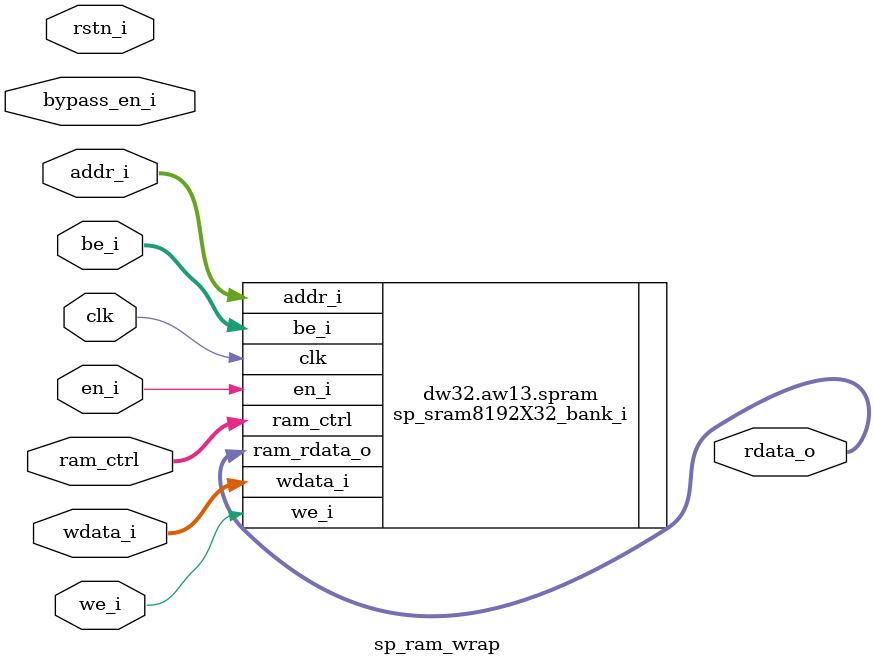
<source format=sv>


`define MEM_INST spram (                               \
                        .clk            (clk),         \
                        .en_i           (en_i),        \
                        .addr_i         (addr_i),      \
                        .wdata_i        (wdata_i),     \
                        .ram_rdata_o    (rdata_o),     \
                        .we_i           (we_i),        \
                        .be_i           (be_i),        \
                        .ram_ctrl       (ram_ctrl))

module sp_ram_wrap
  #(
    parameter RAM_SIZE   = 32768,    // In bytes. We have 4 memories with 2048 lines of 32 bits each. 
    parameter DATA_WIDTH = 32,
    parameter NUM_WORDS_REG = 256,
    parameter ADDR_WIDTH = DATA_WIDTH == 128 && NUM_WORDS_REG == 128 ? $clog2(RAM_SIZE/4) : $clog2(RAM_SIZE/(DATA_WIDTH/8)), //For data mem, we still want 32 word access to be possible
    parameter ADDR_WIDTH_REG = $clog2(NUM_WORDS_REG),
    parameter init_file = "",
    parameter MEM_CTRL_DW = 5,
    parameter MEM_MUX = 4
    )(
      // Clock and Reset
      input logic                    clk,
      input logic                    rstn_i,
      input logic                    en_i,
      input logic [ADDR_WIDTH-1:0]   addr_i, // Byte address
      input logic [DATA_WIDTH-1:0]   wdata_i,
      output logic [DATA_WIDTH-1:0]  rdata_o,
      input logic                    we_i,
      input logic [DATA_WIDTH/8-1:0] be_i,
      input logic                    bypass_en_i,

      input wire [MEM_CTRL_DW-1:0]   ram_ctrl
      );
   localparam IN_ROW_ADDR_BITS = $clog2(DATA_WIDTH/8);

   reg [ADDR_WIDTH-1:0]             addr_i_d1 ;
   always @( posedge clk or negedge rstn_i)
     if (!rstn_i) addr_i_d1 <= #1 {ADDR_WIDTH{1'b0}} ;
     else addr_i_d1         <= #1 addr_i ;

`ifdef ALTERA


    generate
    if (RAM_SIZE==32*1024 && DATA_WIDTH==32) begin : alt8192x32
       altera_sram_8192x32 #(.init_file(init_file))
       altera_sram_i (
                      .address ( addr_i[ADDR_WIDTH-1:0] ),
                      .byteena ( be_i & {(DATA_WIDTH/8){we_i}}       ),
                      .clken   ( en_i                   ),
                      .clock   ( clk                    ),
                      .data    ( wdata_i                ),
                      .wren    ( we_i                   ),
                      .q       ( rdata_o                )
         );
    end else if (RAM_SIZE==64*1024 && DATA_WIDTH==32) begin : alt16384x32
       altera_sram_16384x32 #(.init_file(init_file))
       altera_sram_i (
                      .address ( addr_i[ADDR_WIDTH-1:0] ),
                      .byteena ( be_i & {(DATA_WIDTH/8){we_i}}       ),
                      .clken   ( en_i                   ),
                      .clock   ( clk                    ),
                      .data    ( wdata_i                ),
                      .wren    ( we_i                   ),
                      .q       ( rdata_o                )
         );
         
    end else if (RAM_SIZE==192*1024 && DATA_WIDTH==32) begin : alt49152x32 // 192KB
       altera_sram_49152x32 #(.init_file(init_file))
       altera_sram_i (
                      .address ( addr_i[ADDR_WIDTH-1:0] ),
                      .byteena ( be_i & {(DATA_WIDTH/8){we_i}}       ),
                      .clken   ( en_i                   ),
                      .clock   ( clk                    ),
                      .data    ( wdata_i                ),
                      .wren    ( we_i                   ),
                      .q       ( rdata_o                )
         );
         
         
    end else if (RAM_SIZE==64*1024 && DATA_WIDTH==128) begin : alt4096x128
       altera_sram_4096x128 #(.init_file(init_file))
       altera_sram_i (
                      .address ( addr_i[ADDR_WIDTH-1:0] ),
                      .byteena ( be_i & {(DATA_WIDTH/8){we_i}}       ),
                      .clken   ( en_i                   ),
                      .clock   ( clk                    ),
                      .data    ( wdata_i                ),
                      .wren    ( we_i                   ),
                      .q       ( rdata_o                )
                      );
                      
     end else if (RAM_SIZE==256*1024 && DATA_WIDTH==128) begin : alt16384x128
       altera_sram_16384x128 #(.init_file(init_file))
       altera_sram_i (
                      .address ( addr_i[ADDR_WIDTH-1:0] ),
                      .byteena ( be_i & {(DATA_WIDTH/8){we_i}}       ),
                      .clken   ( en_i                   ),
                      .clock   ( clk                    ),
                      .data    ( wdata_i                ),
                      .wren    ( we_i                   ),
                      .q       ( rdata_o                )
                      );

    end else if (RAM_SIZE==160*1024 && DATA_WIDTH==128) begin : alt10240x128   // 160KB
       altera_sram_10240x128 #(.init_file(init_file))
       altera_sram_i (
                      .address ( addr_i[ADDR_WIDTH-1:0] ),
                      .byteena ( be_i & {(DATA_WIDTH/8){we_i}}       ),
                      .clken   ( en_i                   ),
                      .clock   ( clk                    ),
                      .data    ( wdata_i                ),
                      .wren    ( we_i                   ),
                      .q       ( rdata_o                )
                      );
                      
                     
    end else if (RAM_SIZE==192*1024 && DATA_WIDTH==128) begin : alt12288x128   // 192KB
       altera_sram_12288x128 #(.init_file(init_file))
       altera_sram_i (
                      .address ( addr_i[ADDR_WIDTH-1:0] ),
                      .byteena ( be_i & {(DATA_WIDTH/8){we_i}}       ),
                      .clken   ( en_i                   ),
                      .clock   ( clk                    ),
                      .data    ( wdata_i                ),
                      .wren    ( we_i                   ),
                      .q       ( rdata_o                )
                      );
                      
              
     end else begin : altX
        altera_sramx #(.init_file(init_file), .WIDTH(DATA_WIDTH), .DEPTH(RAM_SIZE/(DATA_WIDTH/8)))
        altera_sram_i (
                       .address ( addr_i[ADDR_WIDTH-1:0] ),
                       .byteena ( be_i & {(DATA_WIDTH/8){we_i}}       ),
                       .clken   ( en_i                   ),
                       .clock   ( clk                    ),
                       .data    ( wdata_i                ),
                       .wren    ( we_i                   ),
                       .q       ( rdata_o                )
                       );
     end
    endgenerate

`else //ASIC

    generate
        if (DATA_WIDTH == 128) begin : dw128
            if (ADDR_WIDTH == 12) begin : aw12
                    sp_sram4096X128_bank_i #(.MEM_MUX(MEM_MUX)) `MEM_INST;
            end else if (ADDR_WIDTH == 13) begin : aw11
                    sp_sram2048X128_bank_i #(.MEM_MUX(MEM_MUX)) `MEM_INST;
            end
        end

        else begin : dw32
            if (ADDR_WIDTH == 13) begin: aw13
                sp_sram8192X32_bank_i #(.MEM_MUX(MEM_MUX)) `MEM_INST;
           end else if (ADDR_WIDTH == 14) begin : aw14
                sp_sram16384X32_bank_i #(.MEM_MUX(MEM_MUX)) `MEM_INST;
            end
        end
    endgenerate


`endif // !`ifdef ALTERA

endmodule // sp_ram_wrap

</source>
